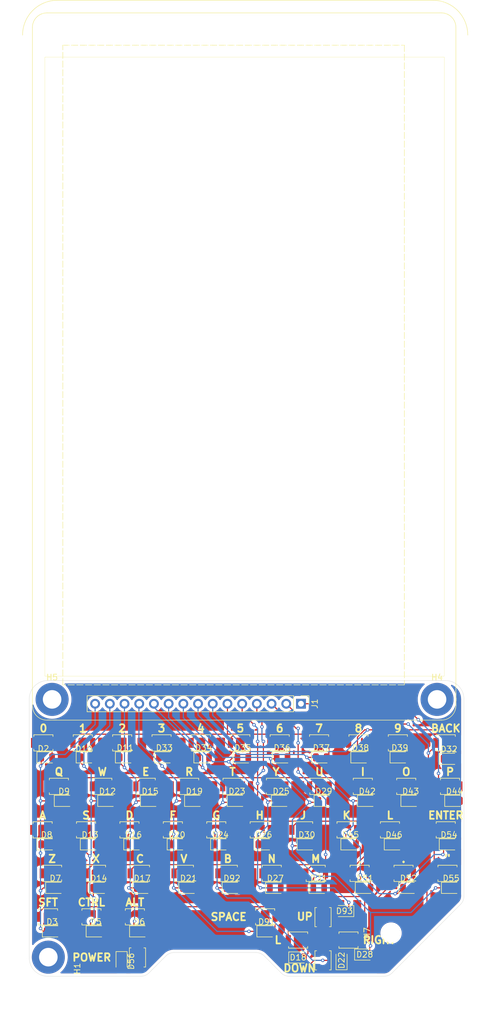
<source format=kicad_pcb>
(kicad_pcb (version 20241229) (generator "pcbnew") (generator_version "9.0")
  (layers (0 "F.Cu" signal) (2 "B.Cu" signal) (13 "F.Paste" user) (15 "B.Paste" user) (5 "F.SilkS" user "F.Silkscreen") (7 "B.SilkS" user "B.Silkscreen") (1 "F.Mask" user) (3 "B.Mask" user) (25 "Edge.Cuts" user))
  (net 0 "")
  (net 1 "COL1")
  (net 2 "Net-(D2-A)")
  (net 3 "Net-(D3-A)")
  (net 4 "Net-(D5-A)")
  (net 5 "COL2")
  (net 6 "Net-(D6-A)")
  (net 7 "Net-(D7-A)")
  (net 8 "Net-(D8-A)")
  (net 9 "Net-(D9-A)")
  (net 10 "Net-(D10-A)")
  (net 11 "COL3")
  (net 12 "Net-(D11-A)")
  (net 13 "Net-(D12-A)")
  (net 14 "Net-(D13-A)")
  (net 15 "Net-(D14-A)")
  (net 16 "Net-(D15-A)")
  (net 17 "COL4")
  (net 18 "Net-(D16-A)")
  (net 19 "Net-(D17-A)")
  (net 20 "Net-(D18-A)")
  (net 21 "COL5")
  (net 22 "Net-(D19-A)")
  (net 23 "Net-(D20-A)")
  (net 24 "Net-(D21-A)")
  (net 25 "Net-(D22-A)")
  (net 26 "Net-(D23-A)")
  (net 27 "COL6")
  (net 28 "Net-(D24-A)")
  (net 29 "Net-(D25-A)")
  (net 30 "COL7")
  (net 31 "Net-(D26-A)")
  (net 32 "Net-(D27-A)")
  (net 33 "COL8")
  (net 34 "Net-(D29-A)")
  (net 35 "Net-(D30-A)")
  (net 36 "Net-(D31-A)")
  (net 37 "Net-(D32-A)")
  (net 38 "Net-(D33-A)")
  (net 39 "Net-(D34-A)")
  (net 40 "Net-(D35-A)")
  (net 41 "Net-(D36-A)")
  (net 42 "Net-(D37-A)")
  (net 43 "Net-(D38-A)")
  (net 44 "Net-(D39-A)")
  (net 45 "Net-(D42-A)")
  (net 46 "Net-(D43-A)")
  (net 47 "Net-(D44-A)")
  (net 48 "Net-(D45-A)")
  (net 49 "Net-(D46-A)")
  (net 50 "Net-(D51-A)")
  (net 51 "Net-(D52-A)")
  (net 52 "Net-(D54-A)")
  (net 53 "Net-(D55-A)")
  (net 54 "Net-(D56-A)")
  (net 55 "Net-(D91-A)")
  (net 56 "Net-(D92-A)")
  (net 57 "Net-(D93-A)")
  (net 58 "ROW1")
  (net 59 "ROW5")
  (net 60 "ROW2")
  (net 61 "ROW3")
  (net 62 "ROW4")
  (net 63 "ROW6")
  (net 64 "COL9")
  (net 65 "Net-(D28-K)")
  (footprint "Diode_SMD:D_0805_2012Metric" (layer "F.Cu") (at 158.479166 81.75)
    (property "Reference" "D36")
    (property "Value" "SS24")
  )
  (footprint "USB4105-GF-A (1):SW_SPST_B3U-1000P_MovedText" (layer "F.Cu") (at 165.549999 109.299999 -90)
    (property "Reference" "SWe88")
    (property "Value" "UP")
  )
  (footprint "Diode_SMD:D_0805_2012Metric" (layer "F.Cu") (at 178.812499 81.75)
    (property "Reference" "D39")
    (property "Value" "SS24")
  )
  (footprint "Diode_SMD:D_0805_2012Metric" (layer "F.Cu") (at 140.312499 96.75)
    (property "Reference" "D20")
    (property "Value" "SS24")
  )
  (footprint "Diode_SMD:D_0805_2012Metric" (layer "F.Cu") (at 180.312499 104.25)
    (property "Reference" "D52")
    (property "Value" "SS24")
  )
  (footprint "Diode_SMD:D_0805_2012Metric" (layer "F.Cu") (at 131.368055 81.75)
    (property "Reference" "D11")
    (property "Value" "SS24")
  )
  (footprint "USB4105-GF-A (1):SW_SPST_B3U-1000P_MovedText" (layer "F.Cu") (at 164.925001 86.75)
    (property "Reference" "SWe14")
    (property "Value" "U")
  )
  (footprint "USB4105-GF-A (1):SW_SPST_B3U-1000P_MovedText" (layer "F.Cu") (at 141.516667 101.75)
    (property "Reference" "SWe64")
    (property "Value" "V")
  )
  (footprint "Diode_SMD:D_0805_2012Metric" (layer "F.Cu") (at 135.687501 89.25)
    (property "Reference" "D15")
    (property "Value" "SS24")
  )
  (footprint "USB4105-GF-A (1):SW_SPST_B3U-1000P_MovedText" (layer "F.Cu") (at 169.950001 113.25)
    (property "Reference" "SWe7")
    (property "Value" "RIGHT")
  )
  (footprint "USB4105-GF-A (1):SW_SPST_B3U-1000P_MovedText" (layer "F.Cu") (at 187.05 101.75)
    (property "Reference" "Sw555")
    (property "Value" "\"")
  )
  (footprint "USB4105-GF-A (1):SW_SPST_B3U-1000P_MovedText" (layer "F.Cu") (at 125.549999 109.25)
    (property "Reference" "SWe12")
    (property "Value" "CTRL")
  )
  (footprint "Connector_PinHeader_2.54mm:PinHeader_1x15_P2.54mm_Vertical" (layer "F.Cu") (at 161.74 72.5 -90)
    (property "Reference" "J1")
    (property "Value" "Conn_01x15_Pin")
  )
  (footprint "USB4105-GF-A (1):SW_SPST_B3U-1000P_MovedText" (layer "F.Cu") (at 161.25 113.25)
    (property "Reference" "SWe13")
    (property "Value" "L")
  )
  (footprint "Diode_SMD:D_0805_2012Metric" (layer "F.Cu") (at 142.312499 104.25)
    (property "Reference" "D21")
    (property "Value" "SS24")
  )
  (footprint "Diode_SMD:D_0805_2012Metric" (layer "F.Cu") (at 155.312499 96.75)
    (property "Reference" "D26")
    (property "Value" "SS24")
  )
  (footprint "Diode_SMD:D_0805_2012Metric" (layer "F.Cu") (at 180.687501 89.25)
    (property "Reference" "D43")
    (property "Value" "SS24")
  )
  (footprint "Diode_SMD:D_0805_2012Metric" (layer "F.Cu") (at 126.812499 104.25)
    (property "Reference" "D14")
    (property "Value" "SS24")
  )
  (footprint "USB4105-GF-A (1):SW_SPST_B3U-1000P_MovedText" (layer "F.Cu") (at 186.75 94.25)
    (property "Reference" "SWe50")
    (property "Value" "ENTER")
  )
  (footprint "MountingHole:MountingHole_3.2mm_M3_ISO7380_Pad" (layer "F.Cu") (at 118.75 71.75)
    (property "Reference" "H5")
    (property "Value" "MountingHole")
  )
  (footprint "Diode_SMD:D_0805_2012Metric" (layer "F.Cu") (at 134.312499 104.25)
    (property "Reference" "D17")
    (property "Value" "SS24")
  )
  (footprint "USB4105-GF-A (1):SW_SPST_B3U-1000P_MovedText" (layer "F.Cu") (at 169.612498 94.25)
    (property "Reference" "SWe38")
    (property "Value" "K")
  )
  (footprint "Diode_SMD:D_0805_2012Metric" (layer "F.Cu") (at 168.75 116.687501 90)
    (property "Reference" "D22")
    (property "Value" "SS24")
  )
  (footprint "Diode_SMD:D_0805_2012Metric" (layer "F.Cu") (at 157.312499 104.25)
    (property "Reference" "D27")
    (property "Value" "SS24")
  )
  (footprint "MountingHole:MountingHole_3.2mm_M3_ISO7380_Pad" (layer "F.Cu") (at 185.25 71.75)
    (property "Reference" "H4")
    (property "Value" "MountingHole")
  )
  (footprint "Diode_SMD:D_0805_2012Metric" (layer "F.Cu") (at 170.312499 96.75)
    (property "Reference" "D45")
    (property "Value" "SS24")
  )
  (footprint "USB4105-GF-A (1):SW_SPST_B3U-1000P_MovedText" (layer "F.Cu") (at 137.658164 79.25)
    (property "Reference" "SWe20")
    (property "Value" "3")
  )
  (footprint "Diode_SMD:D_0805_2012Metric" (layer "F.Cu") (at 187.687501 104.25)
    (property "Reference" "D55")
    (property "Value" "SS24")
  )
  (footprint "USB4105-GF-A (1):SW_SPST_B3U-1000P_MovedText" (layer "F.Cu") (at 144.460885 79.25)
    (property "Reference" "SWe21")
    (property "Value" "4")
  )
  (footprint "USB4105-GF-A (1):SW_SPST_B3U-1000P_MovedText" (layer "F.Cu") (at 147.112498 94.25)
    (property "Reference" "SWe73")
    (property "Value" "G")
  )
  (footprint "USB4105-GF-A (1):SW_SPST_B3U-1000P_MovedText" (layer "F.Cu") (at 132.112498 94.25)
    (property "Reference" "SWe53")
    (property "Value" "D")
  )
  (footprint "USB4105-GF-A (1):SW_SPST_B3U-1000P_MovedText" (layer "F.Cu") (at 149.105556 101.75)
    (property "Reference" "SWe87")
    (property "Value" "B")
  )
  (footprint "USB4105-GF-A (1):SW_SPST_B3U-1000P_MovedText" (layer "F.Cu") (at 165.549999 116.75 90)
    (property "Reference" "SWe2")
    (property "Value" "DOWN")
  )
  (footprint "Diode_SMD:D_0805_2012Metric" (layer "F.Cu") (at 117.812499 96.75)
    (property "Reference" "D8")
    (property "Value" "SS24")
  )
  (footprint "MountingHole:MountingHole_3.2mm_M3_ISO7380_Pad" (layer "F.Cu") (at 118.1 116.2 90)
    (property "Reference" "H1")
    (property "Value" "MountingHole")
  )
  (footprint "USB4105-GF-A (1):SW_SPST_B3U-1000P_MovedText" (layer "F.Cu") (at 117.112498 94.25)
    (property "Reference" "SWe33")
    (property "Value" "A")
  )
  (footprint "Diode_SMD:D_0805_2012Metric" (layer "F.Cu") (at 132.812499 96.75)
    (property "Reference" "D16")
    (property "Value" "SS24")
  )
  (footprint "USB4105-GF-A (1):SW_SPST_B3U-1000P_MovedText" (layer "F.Cu") (at 142.425001 86.75)
    (property "Reference" "SWe62")
    (property "Value" "R")
  )
  (footprint "USB4105-GF-A (1):SW_SPST_B3U-1000P_MovedText" (layer "F.Cu") (at 171.67177 79.25)
    (property "Reference" "SWe28")
    (property "Value" "8")
  )
  (footprint "USB4105-GF-A (1):SW_SPST_B3U-1000P_MovedText" (layer "F.Cu") (at 164.869049 79.25)
    (property "Reference" "SWe27")
    (property "Value" "7")
  )
  (footprint "USB4105-GF-A (1):SW_SPST_B3U-1000P_MovedText" (layer "F.Cu") (at 178.474491 79.25)
    (property "Reference" "SWe29")
    (property "Value" "9")
  )
  (footprint "USB4105-GF-A (1):SW_SPST_B3U-1000P_MovedText" (layer "F.Cu") (at 118.75 101.75)
    (property "Reference" "SWe34")
    (property "Value" "Z")
  )
  (footprint "Diode_SMD:D_0805_2012Metric" (layer "F.Cu") (at 158.312499 89.25)
    (property "Reference" "D25")
    (property "Value" "SS24")
  )
  (footprint "Diode_SMD:D_0805_2012Metric" (layer "F.Cu") (at 118.75 111.75)
    (property "Reference" "D3")
    (property "Value" "SS24")
  )
  (footprint "Diode_SMD:D_0805_2012Metric" (layer "F.Cu") (at 155.812499 111.75)
    (property "Reference" "D91")
    (property "Value" "SS24")
  )
  (footprint "USB4105-GF-A (1):SW_SPST_B3U-1000P_MovedText" (layer "F.Cu") (at 157.425001 86.75)
    (property "Reference" "SWe4")
    (property "Value" "Y")
  )
  (footprint "Diode_SMD:D_0805_2012Metric" (layer "F.Cu") (at 130.75 116.92167 -90)
    (property "Reference" "D56")
    (property "Value" "SS24")
  )
  (footprint "USB4105-GF-A (1):SW_SPST_B3U-1000P_MovedText" (layer "F.Cu") (at 158.066327 79.25)
    (property "Reference" "SWe26")
    (property "Value" "6")
  )
  (footprint "Diode_SMD:D_0805_2012Metric" (layer "F.Cu") (at 161.312499 116.25)
    (property "Reference" "D18")
    (property "Value" "SS24")
  )
  (footprint "USB4105-GF-A (1):SW_SPST_B3U-1000P_MovedText" (layer "F.Cu") (at 139.612498 94.25)
    (property "Reference" "SWe63")
    (property "Value" "F")
  )
  (footprint "USB4105-GF-A (1):SW_SPST_B3U-1000P_MovedText" (layer "F.Cu") (at 126.338889 101.75)
    (property "Reference" "SWe44")
    (property "Value" "X")
  )
  (footprint "Diode_SMD:D_0805_2012Metric" (layer "F.Cu") (at 150.687501 89.25)
    (property "Reference" "D23")
    (property "Value" "SS24")
  )
  (footprint "USB4105-GF-A (1):SW_SPST_B3U-1000P_MovedText" (layer "F.Cu") (at 162.112498 94.25)
    (property "Reference" "SWe15")
    (property "Value" "J")
  )
  (footprint "USB4105-GF-A (1):SW_SPST_B3U-1000P_MovedText" (layer "F.Cu") (at 127.425001 86.75)
    (property "Reference" "SWe42")
    (property "Value" "W")
  )
  (footprint "USB4105-GF-A (1):SW_SPST_B3U-1000P_MovedText" (layer "F.Cu") (at 151.263606 79.25)
    (property "Reference" "SWe25")
    (property "Value" "5")
  )
  (footprint "Diode_SMD:D_0805_2012Metric" (layer "F.Cu") (at 149.8125 104.25)
    (property "Reference" "D92")
    (property "Value" "SS24")
  )
  (footprint "Diode_SMD:D_0805_2012Metric" (layer "F.Cu") (at 126.312499 111.75)
    (property "Reference" "D5")
    (property "Value" "SS24")
  )
  (footprint "Diode_SMD:D_0805_2012Metric" (layer "F.Cu") (at 147.812499 96.75)
    (property "Reference" "D24")
    (property "Value" "SS24")
  )
  (footprint "Diode_SMD:D_0805_2012Metric" (layer "F.Cu") (at 169.187501 108.25 180)
    (property "Reference" "D93")
    (property "Value" "SS24")
  )
  (footprint "USB4105-GF-A (1):SW_SPST_B3U-1000P_MovedText" (layer "F.Cu") (at 134.925001 86.75)
    (property "Reference" "SWe52")
    (property "Value" "E")
  )
  (footprint "USB4105-GF-A (1):SW_SPST_B3U-1000P_MovedText" (layer "F.Cu") (at 133.049999 109.25)
    (property "Reference" "SWe3")
    (property "Value" "ALT")
  )
  (footprint "Diode_SMD:D_0805_2012Metric" (layer "F.Cu") (at 187.312499 82)
    (property "Reference" "D32")
    (property "Value" "SS24")
  )
  (footprint "Diode_SMD:D_0805_2012Metric" (layer "F.Cu") (at 172.034721 81.75)
    (property "Reference" "D38")
    (property "Value" "SS24")
  )
  (footprint "Diode_SMD:D_0805_2012Metric" (layer "F.Cu") (at 125.312499 96.75)
    (property "Reference" "D13")
    (property "Value" "SS24")
  )
  (footprint "USB4105-GF-A (1):SW_SPST_B3U-1000P_MovedText" (layer "F.Cu") (at 179.461111 101.75)
    (property "Reference" "SWe48")
    (property "Value" ".")
  )
  (footprint "Diode_SMD:D_0805_2012Metric" (layer "F.Cu") (at 162.75 96.75)
    (property "Reference" "D30")
    (property "Value" "SS24")
  )
  (footprint "Diode_SMD:D_0805_2012Metric" (layer "F.Cu") (at 120.812499 89.25)
    (property "Reference" "D9")
    (property "Value" "SS24")
  )
  (footprint "Diode_SMD:D_0805_2012Metric" (layer "F.Cu") (at 144.92361 81.75)
    (property "Reference" "D34")
    (property "Value" "SS24")
  )
  (footprint "Diode_SMD:D_0805_2012Metric" (layer "F.Cu") (at 124.590277 81.75)
    (property "Reference" "D10")
    (property "Value" "SS24")
  )
  (footprint "USB4105-GF-A (1):SW_SPST_B3U-1000P_MovedText" (layer "F.Cu") (at 133.5 116.25 -90)
    (property "Reference" "SWe55")
    (property "Value" "POWER")
  )
  (footprint "USB4105-GF-A (1):SW_SPST_B3U-1000P_MovedText" (layer "F.Cu") (at 133.927778 101.75)
    (property "Reference" "SWe54")
    (property "Value" "C")
  )
  (footprint "Diode_SMD:D_0805_2012Metric" (layer "F.Cu") (at 133.812499 111.75)
    (property "Reference" "D6")
    (property "Value" "SS24")
  )
  (footprint "USB4105-GF-A (1):SW_SPST_B3U-1000P_MovedText" (layer "F.Cu") (at 177.112498 94.25)
    (property "Reference" "SWe39")
    (property "Value" "L")
  )
  (footprint "USB4105-GF-A (1):SW_SPST_B3U-1000P_MovedText" (layer "F.Cu") (at 149.925001 86.75)
    (property "Reference" "SWe72")
    (property "Value" "T")
  )
  (footprint "USB4105-GF-A (1):SW_SPST_B3U-1000P_MovedText" (layer "F.Cu") (at 164.283333 101.75)
    (property "Reference" "SWe16")
    (property "Value" "M")
  )
  (footprint "Diode_SMD:D_0805_2012Metric" (layer "F.Cu") (at 151.701388 81.75)
    (property "Reference" "D35")
    (property "Value" "SS24")
  )
  (footprint "USB4105-GF-A (1):SW_SPST_B3U-1000P_MovedText" (layer "F.Cu") (at 171.872222 101.75)
    (property "Reference" "SWe47")
    (property "Value" ",")
  )
  (footprint "USB4105-GF-A (1):SW_SPST_B3U-1000P_MovedText" (layer "F.Cu") (at 155.549999 109.25)
    (property "Reference" "SWe86")
    (property "Value" "SPACE")
  )
  (footprint "Diode_SMD:D_0805_2012Metric" (layer "F.Cu") (at 172.687501 115.75)
    (property "Reference" "D28")
    (property "Value" "SS24")
  )
  (footprint "USB4105-GF-A (1):SW_SPST_B3U-1000P_MovedText" (layer "F.Cu") (at 154.612498 94.25)
    (property "Reference" "SWe5")
    (property "Value" "H")
  )
  (footprint "Diode_SMD:D_0805_2012Metric" (layer "F.Cu") (at 173.187501 89.25)
    (property "Reference" "D42")
    (property "Value" "SS24")
  )
  (footprint "Diode_SMD:D_0805_2012Metric" (layer "F.Cu") (at 117.812499 81.75)
    (property "Reference" "D2")
    (property "Value" "SS24")
  )
  (footprint "Diode_SMD:D_0805_2012Metric" (layer "F.Cu") (at 188.25 89.25)
    (property "Reference" "D44")
    (property "Value" "SS24")
  )
  (footprint "Diode_SMD:D_0805_2012Metric" (layer "F.Cu") (at 143.312499 89.25)
    (property "Reference" "D19")
    (property "Value" "SS24")
  )
  (footprint "USB4105-GF-A (1):SW_SPST_B3U-1000P_MovedText" (layer "F.Cu") (at 117.25 79.25)
    (property "Reference" "ESC1")
    (property "Value" "0")
  )
  (footprint "USB4105-GF-A (1):SW_SPST_B3U-1000P_MovedText" (layer "F.Cu") (at 172.425001 86.75)
    (property "Reference" "SWe35")
    (property "Value" "I")
  )
  (footprint "Diode_SMD:D_0805_2012Metric" (layer "F.Cu") (at 165.687501 89.25)
    (property "Reference" "D29")
    (property "Value" "SS24")
  )
  (footprint "USB4105-GF-A (1):SW_SPST_B3U-1000P_MovedText" (layer "F.Cu") (at 119.925001 86.75)
    (property "Reference" "SWe32")
    (property "Value" "Q")
  )
  (footprint "Diode_SMD:D_0805_2012Metric" (layer "F.Cu") (at 164.812499 104.25)
    (property "Reference" "D31")
    (property "Value" "SS24")
  )
  (footprint "USB4105-GF-A (1):SW_SPST_B3U-1000P_MovedText" (layer "F.Cu") (at 124.052721 79.25)
    (property "Reference" "SWe8")
    (property "Value" "1")
  )
  (footprint "USB4105-GF-A (1):SW_SPST_B3U-1000P_MovedText" (layer "F.Cu") (at 156.694444 101.75)
    (property "Reference" "SWe6")
    (property "Value" "N")
  )
  (footprint "Diode_SMD:D_0805_2012Metric" (layer "F.Cu") (at 119.312499 104.25)
    (property "Reference" "D7")
    (property "Value" "SS24")
  )
  (footprint "USB4105-GF-A (1):SW_SPST_B3U-1000P_MovedText" (layer "F.Cu") (at 124.612498 94.25)
    (property "Reference" "SWe43")
    (property "Value" "S")
  )
  (footprint "Diode_SMD:D_0805_2012Metric" (layer "F.Cu") (at 172.812499 104.25)
    (property "Reference" "D51")
    (property "Value" "SS24")
  )
  (footprint "USB4105-GF-A (1):SW_SPST_B3U-1000P_MovedText" (layer "F.Cu") (at 187.4875 86.75)
    (property "Reference" "SWe37")
    (property "Value" "P")
  )
  (footprint "MountingHole:MountingHole_3.2mm_M3" (layer "F.Cu") (at 177.3 112.05 90)
    (property "Reference" "H7")
    (property "Value" "MountingHole")
  )
  (footprint "USB4105-GF-A (1):SW_SPST_B3U-1000P_MovedText" (layer "F.Cu") (at 186.75 79.25)
    (property "Reference" "SWe17")
    (property "Value" "BACK")
  )
  (footprint "Diode_SMD:D_0805_2012Metric" (layer "F.Cu") (at 187.312499 96.75)
    (property "Reference" "D54")
    (property "Value" "SS24")
  )
  (footprint "USB4105-GF-A (1):SW_SPST_B3U-1000P_MovedText" (layer "F.Cu") (at 179.925001 86.75)
    (property "Reference" "SWe36")
    (property "Value" "O")
  )
  (footprint "Diode_SMD:D_0805_2012Metric" (layer "F.Cu") (at 138.145832 81.75)
    (property "Reference" "D33")
    (property "Value" "SS24")
  )
  (footprint "USB4105-GF-A (1):SW_SPST_B3U-1000P_MovedText" (layer "F.Cu") (at 118.049999 109.25)
    (property "Reference" "SWe24")
    (property "Value" "SFT")
  )
  (footprint "Diode_SMD:D_0805_2012Metric" (layer "F.Cu") (at 128.312499 89.25)
    (property "Reference" "D12")
    (property "Value" "SS24")
  )
  (footprint "Diode_SMD:D_0805_2012Metric" (layer "F.Cu") (at 177.812499 96.75)
    (property "Reference" "D46")
    (property "Value" "SS24")
  )
  (footprint "Diode_SMD:D_0805_2012Metric" (layer "F.Cu") (at 165.256943 81.75)
    (property "Reference" "D37")
    (property "Value" "SS24")
  )
  (footprint "USB4105-GF-A (1):SW_SPST_B3U-1000P_MovedText" (layer "F.Cu") (at 130.855442 79.25)
    (property "Reference" "SWe18")
    (property "Value" "2")
  )
  (gr_rect (start 120.6 -41.05) (end 179.6 69.25) (stroke (width 0.1) (type dash)) (fill no) (layer "F.SilkS"))
  (gr_line (start 186 -46.625) (end 117.85 -46.625) (stroke (width 0.1)) (layer "F.SilkS"))
  (gr_arc (start 186 -46.625) (mid 187.767767 -45.892767) (end 188.5 -44.125) (stroke (width 0.1)) (layer "F.SilkS"))
  (gr_line (start 188.5 72.825) (end 188.5 -44.125) (stroke (width 0.1)) (layer "F.SilkS"))
  (gr_line (start 119.65 -48.8) (end 184.55 -48.8) (stroke (width 0.1)) (layer "F.SilkS"))
  (gr_rect (start 117.5 -39) (end 186.5 67.75) (stroke (width 0.05)) (fill no) (layer "F.SilkS"))
  (gr_line (start 117.85 75.325) (end 186 75.325) (stroke (width 0.1)) (layer "F.SilkS"))
  (gr_arc (start 117.85 75.325) (mid 116.082233 74.592767) (end 115.35 72.825) (stroke (width 0.1)) (layer "F.SilkS"))
  (gr_line (start 115.35 -44.125) (end 115.35 72.825) (stroke (width 0.1)) (layer "F.SilkS"))
  (gr_arc (start 188.5 72.825) (mid 187.767767 74.592767) (end 186 75.325) (stroke (width 0.1)) (layer "F.SilkS"))
  (gr_arc (start 115.35 -44.125) (mid 116.082233 -45.892767) (end 117.85 -46.625) (stroke (width 0.1)) (layer "F.SilkS"))
  (gr_arc (start 113.65 -42.8) (mid 115.407359 -47.042641) (end 119.65 -48.8) (stroke (width 0.1)) (layer "F.SilkS"))
  (gr_arc (start 184.55 -48.8) (mid 188.792641 -47.042641) (end 190.55 -42.8) (stroke (width 0.1)) (layer "F.SilkS"))
  (gr_arc (start 135.485786 118.914214) (mid 134.836938 119.34775) (end 134.071573 119.5) (stroke (width 0.05)) (layer "Edge.Cuts"))
  (gr_line (start 114.8 116.3) (end 114.8 71.7) (stroke (width 0.05)) (layer "Edge.Cuts"))
  (gr_arc (start 114.8 71.7) (mid 115.737258 69.437258) (end 118 68.5) (stroke (width 0.05)) (layer "Edge.Cuts"))
  (gr_line (start 138.414213 115.985787) (end 135.485786 118.914214) (stroke (width 0.05)) (layer "Edge.Cuts"))
  (gr_arc (start 189.9 105.671573) (mid 189.747768 106.436946) (end 189.314213 107.085787) (stroke (width 0.05)) (layer "Edge.Cuts"))
  (gr_line (start 118 68.5) (end 186.7 68.5) (stroke (width 0.05)) (layer "Edge.Cuts"))
  (gr_line (start 134.071573 119.5) (end 118 119.5) (stroke (width 0.05)) (layer "Edge.Cuts"))
  (gr_arc (start 153.971573 115.4) (mid 154.736945 115.552232) (end 155.385786 115.985786) (stroke (width 0.05)) (layer "Edge.Cuts"))
  (gr_arc (start 177.485786 118.914214) (mid 176.83694 119.347759) (end 176.071573 119.5) (stroke (width 0.05)) (layer "Edge.Cuts"))
  (gr_line (start 189.314213 107.085787) (end 177.485786 118.914214) (stroke (width 0.05)) (layer "Edge.Cuts"))
  (gr_arc (start 186.7 68.5) (mid 188.962742 69.437258) (end 189.9 71.7) (stroke (width 0.05)) (layer "Edge.Cuts"))
  (gr_line (start 153.971573 115.4) (end 139.828427 115.4) (stroke (width 0.05)) (layer "Edge.Cuts"))
  (gr_arc (start 138.414213 115.985787) (mid 139.06306 115.552241) (end 139.828427 115.4) (stroke (width 0.05)) (layer "Edge.Cuts"))
  (gr_line (start 176.071573 119.5) (end 159.728427 119.5) (stroke (width 0.05)) (layer "Edge.Cuts"))
  (gr_arc (start 118 119.5) (mid 115.737258 118.562742) (end 114.8 116.3) (stroke (width 0.05)) (layer "Edge.Cuts"))
  (gr_arc (start 159.728427 119.5) (mid 158.963054 119.347768) (end 158.314213 118.914213) (stroke (width 0.05)) (layer "Edge.Cuts"))
  (gr_line (start 158.314213 118.914213) (end 155.385786 115.985786) (stroke (width 0.05)) (layer "Edge.Cuts"))
  (gr_line (start 189.9 71.7) (end 189.9 105.671573) (stroke (width 0.05)) (layer "Edge.Cuts"))
  (segment (start 116.874998 96.75) (end 116.75 96.874998) (width 0.2) (layer "F.Cu") (net 1))
  (segment (start 119.874998 89.25) (end 116.75 89.25) (width 0.2) (layer "F.Cu") (net 1))
  (segment (start 117.812499 111.75) (end 117.25 111.75) (width 0.2) (layer "F.Cu") (net 1))
  (segment (start 118.374998 104.25) (end 117.25 104.25) (width 0.2) (layer "F.Cu") (net 1))
  (segment (start 116.874998 81.75) (end 116.874998 83.125002) (width 0.2) (layer "F.Cu") (net 1))
  (segment (start 116.75 96.874998) (end 116.75 98.25) (width 0.2) (layer "F.Cu") (net 1))
  (segment (start 116.874998 83.125002) (end 116.75 83.25) (width 0.2) (layer "F.Cu") (net 1))
  (segment (start 117.25 111.75) (end 116.75 111.25) (width 0.2) (layer "F.Cu") (net 1))
  (segment (start 117.25 104.25) (end 116.75 104.75) (width 0.2) (layer "F.Cu") (net 1))
  (via (at 116.75 89.25) (size 0.6) (drill 0.3) (layers "F.Cu" "B.Cu") (net 1))
  (via (at 116.75 83.25) (size 0.6) (drill 0.3) (layers "F.Cu" "B.Cu") (net 1))
  (via (at 116.75 98.25) (size 0.6) (drill 0.3) (layers "F.Cu" "B.Cu") (net 1))
  (via (at 116.75 111.25) (size 0.6) (drill 0.3) (layers "F.Cu" "B.Cu") (net 1))
  (via (at 116.75 104.75) (size 0.6) (drill 0.3) (layers "F.Cu" "B.Cu") (net 1))
  (segment (start 118.75 81.25) (end 121 81.25) (width 0.2) (layer "B.Cu") (net 1))
  (segment (start 116.75 83.25) (end 116.75 111.25) (width 0.2) (layer "B.Cu") (net 1))
  (segment (start 126.18 76.07) (end 126.18 72.5) (width 0.2) (layer "B.Cu") (net 1))
  (segment (start 116.75 83.25) (end 118.75 81.25) (width 0.2) (layer "B.Cu") (net 1))
  (segment (start 121 81.25) (end 126.18 76.07) (width 0.2) (layer "B.Cu") (net 1))
  (segment (start 118.75 81.75) (end 118.75 79.45) (width 0.2) (layer "F.Cu") (net 2))
  (segment (start 118.75 79.45) (end 118.95 79.25) (width 0.2) (layer "F.Cu") (net 2))
  (segment (start 119.687501 109.312498) (end 119.749999 109.25) (width 0.2) (layer "F.Cu") (net 3))
  (segment (start 119.687501 111.75) (end 119.687501 109.312498) (width 0.2) (layer "F.Cu") (net 3))
  (segment (start 127.249999 111.749999) (end 127.25 111.75) (width 0.2) (layer "F.Cu") (net 4))
  (segment (start 127.249999 109.25) (end 127.249999 111.749999) (width 0.2) (layer "F.Cu") (net 4))
  (segment (start 125.374998 110.125002) (end 125.5 110) (width 0.2) (layer "F.Cu") (net 5))
  (segment (start 125.874998 105.874998) (end 126 106) (width 0.2) (layer "F.Cu") (net 5))
  (segment (start 123.652776 82.652776) (end 124.25 83.25) (width 0.2) (layer "F.Cu") (net 5))
  (segment (start 125.874998 104.25) (end 125.874998 105.874998) (width 0.2) (layer "F.Cu") (net 5))
  (segment (start 125.374998 111.75) (end 125.374998 110.125002) (width 0.2) (layer "F.Cu") (net 5))
  (segment (start 123.652776 81.75) (end 123.652776 82.652776) (width 0.2) (layer "F.Cu") (net 5))
  (segment (start 124.374998 96.75) (end 124.374998 97.874998) (width 0.2) (layer "F.Cu") (net 5))
  (segment (start 127.374998 89.25) (end 125.5 89.25) (width 0.2) (layer "F.Cu") (net 5))
  (segment (start 124.374998 97.874998) (end 125.25 98.75) (width 0.2) (layer "F.Cu") (net 5))
  (via (at 126 106) (size 0.6) (drill 0.3) (layers "F.Cu" "B.Cu") (net 5))
  (via (at 124.25 83.25) (size 0.6) (drill 0.3) (layers "F.Cu" "B.Cu") (net 5))
  (via (at 125.5 89.25) (size 0.6) (drill 0.3) (layers "F.Cu" "B.Cu") (net 5))
  (via (at 125.25 98.75) (size 0.6) (drill 0.3) (layers "F.Cu" "B.Cu") (net 5))
  (via (at 125.5 110) (size 0.6) (drill 0.3) (layers "F.Cu" "B.Cu") (net 5))
  (segment (start 125.25 105.25) (end 126 106) (width 0.2) (layer "B.Cu") (net 5))
  (segment (start 125.5 98.5) (end 125.25 98.75) (width 0.2) (layer "B.Cu") (net 5))
  (segment (start 128.72 76.28) (end 128.72 72.5) (width 0.2) (layer "B.Cu") (net 5))
  (segment (start 124.25 83.25) (end 124.25 80.75) (width 0.2) (layer "B.Cu") (net 5))
  (segment (start 126 106) (end 126 109.5) (width 0.2) (layer "B.Cu") (net 5))
  (segment (start 125.5 84.5) (end 125.5 89.25) (width 0.2) (layer "B.Cu") (net 5))
  (segment (start 124.25 83.25) (end 125.5 84.5) (width 0.2) (layer "B.Cu") (net 5))
  (segment (start 125.25 98.75) (end 125.25 105.25) (width 0.2) (layer "B.Cu") (net 5))
  (segment (start 125.5 89.25) (end 125.5 98.5) (width 0.2) (layer "B.Cu") (net 5))
  (segment (start 126 109.5) (end 125.5 110) (width 0.2) (layer "B.Cu") (net 5))
  (segment (start 124.25 80.75) (end 128.72 76.28) (width 0.2) (layer "B.Cu") (net 5))
  (segment (start 134.75 111.75) (end 134.75 109.250001) (width 0.2) (layer "F.Cu") (net 6))
  (segment (start 134.75 109.250001) (end 134.749999 109.25) (width 0.2) (layer "F.Cu") (net 6))
  (segment (start 120.45 101.75) (end 120.45 104.05) (width 0.2) (layer "F.Cu") (net 7))
  (segment (start 120.45 104.05) (end 120.25 104.25) (width 0.2) (layer "F.Cu") (net 7))
  (segment (start 119.14191 96.35809) (end 118.75 96.75) (width 0.2) (layer "F.Cu") (net 8))
  (segment (start 119.14191 94.25) (end 119.14191 96.35809) (width 0.2) (layer "F.Cu") (net 8))
  (segment (start 121.75 86.874999) (end 121.625001 86.75) (width 0.2) (layer "F.Cu") (net 9))
  (segment (start 121.75 89.25) (end 121.75 86.874999) (width 0.2) (layer "F.Cu") (net 9))
  (segment (start 125.527778 81.75) (end 125.527778 79.474943) (width 0.2) (layer "F.Cu") (net 10))
  (segment (start 125.527778 79.474943) (end 125.752721 79.25) (width 0.2) (layer "F.Cu") (net 10))
  (segment (start 130.75 113.874998) (end 132.874998 111.75) (width 0.2) (layer "F.Cu") (net 11))
  (segment (start 131.874998 96.75) (end 131.874998 95.125002) (width 0.2) (layer "F.Cu") (net 11))
  (segment (start 132.874998 111.75) (end 132.874998 110.125002) (width 0.2) (layer "F.Cu") (net 11))
  (segment (start 130.430554 81.75) (end 130.430554 82.680554) (width 0.2) (layer "F.Cu") (net 11))
  (segment (start 130.430554 82.680554) (end 131.25 83.5) (width 0.2) (layer "F.Cu") (net 11))
  (segment (start 132.874998 110.125002) (end 133 110) (width 0.2) (layer "F.Cu") (net 11))
  (segment (start 133.374998 104.25) (end 132 104.25) (width 0.2) (layer "F.Cu") (net 11))
  (segment (start 131.874998 95.125002) (end 132.25 94.75) (width 0.2) (layer "F.Cu") (net 11))
  (segment (start 130.75 116) (end 130.75 113.874998) (width 0.2) (layer "F.Cu") (net 11))
  (segment (start 133.5 89.25) (end 133.25 89.5) (width 0.2) (layer "F.Cu") (net 11))
  (segment (start 134.75 89.25) (end 133.5 89.25) (width 0.2) (layer "F.Cu") (net 11))
  (via (at 131.25 83.5) (size 0.6) (drill 0.3) (layers "F.Cu" "B.Cu") (net 11))
  (via (at 133 110) (size 0.6) (drill 0.3) (layers "F.Cu" "B.Cu") (net 11))
  (via (at 132 104.25) (size 0.6) (drill 0.3) (layers "F.Cu" "B.Cu") (net 11))
  (via (at 133.25 89.5) (size 0.6) (drill 0.3) (layers "F.Cu" "B.Cu") (net 11))
  (via (at 132.25 94.75) (size 0.6) (drill 0.3) (layers "F.Cu" "B.Cu") (net 11))
  (segment (start 133.25 85.5) (end 133.25 89.5) (width 0.2) (layer "B.Cu") (net 11))
  (segment (start 132.25 90.5) (end 132.25 94.75) (width 0.2) (layer "B.Cu") (net 11))
  (segment (start 133 105.25) (end 133 110) (width 0.2) (layer "B.Cu") (net 11))
  (segment (start 133.25 89.5) (end 132.25 90.5) (width 0.2) (layer "B.Cu") (net 11))
  (segment (start 132.25 104) (end 132 104.25) (width 0.2) (layer "B.Cu") (net 11))
  (segment (start 131.25 83.5) (end 133.25 85.5) (width 0.2) (layer "B.Cu") (net 11))
  (segment (start 132 104.25) (end 133 105.25) (width 0.2) (layer "B.Cu") (net 11))
  (segment (start 131.25 83.5) (end 131.25 72.51) (width 0.2) (layer "B.Cu") (net 11))
  (segment (start 131.25 72.51) (end 131.26 72.5) (width 0.2) (layer "B.Cu") (net 11))
  (segment (start 132.25 94.75) (end 132.25 104) (width 0.2) (layer "B.Cu") (net 11))
  (segment (start 132.555442 81.500114) (end 132.305556 81.75) (width 0.2) (layer "F.Cu") (net 12))
  (segment (start 132.555442 79.25) (end 132.555442 81.500114) (width 0.2) (layer "F.Cu") (net 12))
  (segment (start 129.25 86.874999) (end 129.125001 86.75) (width 0.2) (layer "F.Cu") (net 13))
  (segment (start 129.25 89.25) (end 129.25 86.874999) (width 0.2) (layer "F.Cu") (net 13))
  (segment (start 126.600733 96.399267) (end 126.600733 94.25) (width 0.2) (layer "F.Cu") (net 14))
  (segment (start 126.25 96.75) (end 126.600733 96.399267) (width 0.2) (layer "F.Cu") (net 14))
  (segment (start 128.038889 103.961111) (end 127.75 104.25) (width 0.2) (layer "F.Cu") (net 15))
  (segment (start 128.038889 101.75) (end 128.038889 103.961111) (width 0.2) (layer "F.Cu") (net 15))
  (segment (start 136.625001 89.249999) (end 136.625002 89.25) (width 0.2) (layer "F.Cu") (net 16))
  (segment (start 136.625001 86.75) (end 136.625001 89.249999) (width 0.2) (layer "F.Cu") (net 16))
  (segment (start 137.208331 81.75) (end 137.208331 82.708331) (width 0.2) (layer "F.Cu") (net 17))
  (segment (start 152.75 111.75) (end 154.874998 111.75) (width 0.2) (layer "F.Cu") (net 17))
  (segment (start 141.374998 104.25) (end 139.75 104.25) (width 0.2) (layer "F.Cu") (net 17))
  (segment (start 137.208331 82.708331) (end 137.75 83.25) (width 0.2) (layer "F.Cu") (net 17))
  (segment (start 139.374998 96.75) (end 139.374998 95.375002) (width 0.2) (layer "F.Cu") (net 17))
  (segment (start 142.374998 89.25) (end 140.25 89.25) (width 0.2) (layer "F.Cu") (net 17))
  (segment (start 139.374998 95.375002) (end 139.75 95) (width 0.2) (layer "F.Cu") (net 17))
  (via (at 137.75 83.25) (size 0.6) (drill 0.3) (layers "F.Cu" "B.Cu") (net 17))
  (via (at 140.25 89.25) (size 0.6) (drill 0.3) (layers "F.Cu" "B.Cu") (net 17))
  (via (at 139.75 95) (size 0.6) (drill 0.3) (layers "F.Cu" "B.Cu") (net 17))
  (via (at 152.75 111.75) (size 0.6) (drill 0.3) (layers "F.Cu" "B.Cu") (net 17))
  (via (at 139.75 104.25) (size 0.6) (drill 0.3) (layers "F.Cu" "B.Cu") (net 17))
  (segment (start 139.75 95) (end 139.75 89.75) (width 0.2) (layer "B.Cu") (net 17))
  (segment (start 147.25 111.75) (end 152.75 111.75) (width 0.2) (layer "B.Cu") (net 17))
  (segment (start 139.75 104.25) (end 147.25 111.75) (width 0.2) (layer "B.Cu") (net 17))
  (segment (start 137.75 83.25) (end 137.75 83.125) (width 0.2) (layer "B.Cu") (net 17))
  (segment (start 139.75 104.25) (end 139.75 95) (width 0.2) (layer "B.Cu") (net 17))
  (segment (start 133.75 79.125) (end 133.75 72.550001) (width 0.2) (layer "B.Cu") (net 17))
  (segment (start 140.25 85.75) (end 137.75 83.25) (width 0.2) (layer "B.Cu") (net 17))
  (segment (start 139.75 89.75) (end 140.25 89.25) (width 0.2) (layer "B.Cu") (net 17))
  (segment (start 137.75 83.125) (end 133.75 79.125) (width 0.2) (layer "B.Cu") (net 17))
  (segment (start 133.75 72.550001) (end 133.800001 72.5) (width 0.2) (layer "B.Cu") (net 17))
  (segment (start 140.25 89.25) (end 140.25 85.75) (width 0.2) (layer "B.Cu") (net 17))
  (segment (start 134.059557 94.25) (end 134.059557 96.440443) (width 0.2) (layer "F.Cu") (net 18))
  (segment (start 134.059557 96.440443) (end 133.75 96.75) (width 0.2) (layer "F.Cu") (net 18))
  (segment (start 135.627778 103.872222) (end 135.25 104.25) (width 0.2) (layer "F.Cu") (net 19))
  (segment (start 135.627778 101.75) (end 135.627778 103.872222) (width 0.2) (layer "F.Cu") (net 19))
  (segment (start 162.95 115.55) (end 162.25 116.25) (width 0.2) (layer "F.Cu") (net 20))
  (segment (start 162.95 113.25) (end 162.95 115.55) (width 0.2) (layer "F.Cu") (net 20))
  (segment (start 167.625002 117.625002) (end 168.75 117.625002) (width 0.2) (layer "F.Cu") (net 21))
  (segment (start 146.874998 94.875002) (end 147 94.75) (width 0.2) (layer "F.Cu") (net 21))
  (segment (start 146.874998 96.75) (end 146.874998 94.875002) (width 0.2) (layer "F.Cu") (net 21))
  (segment (start 161 118) (end 160.374998 117.374998) (width 0.2) (layer "F.Cu") (net 21))
  (segment (start 148.25 89.5) (end 149.5 89.5) (width 0.2) (layer "F.Cu") (net 21))
  (segment (start 165.5 116.75) (end 166.75 116.75) (width 0.2) (layer "F.Cu") (net 21))
  (segment (start 149.5 89.5) (end 149.75 89.25) (width 0.2) (layer "F.Cu") (net 21))
  (segment (start 160.374998 117.374998) (end 160.374998 116.25) (width 0.2) (layer "F.Cu") (net 21))
  (segment (start 166.75 116.75) (end 167.625002 117.625002) (width 0.2) (layer "F.Cu") (net 21))
  (segment (start 162.75 118) (end 161 118) (width 0.2) (layer "F.Cu") (net 21))
  (segment (start 162.75 118) (end 163.25 117.5) (width 0.2) (layer "F.Cu") (net 21))
  (segment (start 164 116.75) (end 162.75 118) (width 0.2) (layer "F.Cu") (net 21))
  (segment (start 165.5 116.75) (end 164 116.75) (width 0.2) (layer "F.Cu") (net 21))
  (segment (start 143.986109 82.736109) (end 144.75 83.5) (width 0.2) (layer "F.Cu") (net 21))
  (segment (start 143.986109 81.75) (end 143.986109 82.736109) (width 0.2) (layer "F.Cu") (net 21))
  (segment (start 148.875 104.25) (end 147.25 104.25) (width 0.2) (layer "F.Cu") (net 21))
  (via (at 165.5 116.75) (size 0.6) (drill 0.3) (layers "F.Cu" "B.Cu") (net 21))
  (via (at 147 94.75) (size 0.6) (drill 0.3) (layers "F.Cu" "B.Cu") (net 21))
  (via (at 148.25 89.5) (size 0.6) (drill 0.3) (layers "F.Cu" "B.Cu") (net 21))
  (via (at 147.25 104.25) (size 0.6) (drill 0.3) (layers "F.Cu" "B.Cu") (net 21))
  (via (at 144.75 83.5) (size 0.6) (drill 0.3) (layers "F.Cu" "B.Cu") (net 21))
  (segment (start 147.25 104.25) (end 147.25 95) (width 0.2) (layer "B.Cu") (net 21))
  (segment (start 163.75 116.75) (end 165.5 116.75) (width 0.2) (layer "B.Cu") (net 21))
  (segment (start 148.25 87) (end 148.25 89.5) (width 0.2) (layer "B.Cu") (net 21))
  (segment (start 149 106) (end 153 106) (width 0.2) (layer "B.Cu") (net 21))
  (segment (start 144.75 83.5) (end 148.25 87) (width 0.2) (layer "B.Cu") (net 21))
  (segment (start 144.75 83.5) (end 144.75 81.5) (width 0.2) (layer "B.Cu") (net 21))
  (segment (start 147.25 95) (end 147 94.75) (width 0.2) (layer "B.Cu") (net 21))
  (segment (start 147 94.75) (end 147 90.75) (width 0.2) (layer "B.Cu") (net 21))
  (segment (start 144.75 81.5) (end 136.34 73.09) (width 0.2) (layer "B.Cu") (net 21))
  (segment (start 136.34 73.09) (end 136.34 72.5) (width 0.2) (layer "B.Cu") (net 21))
  (segment (start 153 106) (end 163.75 116.75) (width 0.2) (layer "B.Cu") (net 21))
  (segment (start 147.25 104.25) (end 149 106) (width 0.2) (layer "B.Cu") (net 21))
  (segment (start 147 90.75) (end 148.25 89.5) (width 0.2) (layer "B.Cu") (net 21))
  (segment (start 144.25 89.25) (end 144.25 86.874999) (width 0.2) (layer "F.Cu") (net 22))
  (segment (start 144.25 86.874999) (end 144.125001 86.75) (width 0.2) (layer "F.Cu") (net 22))
  (segment (start 141.25 96.75) (end 141.51838 96.48162) (width 0.2) (layer "F.Cu") (net 23))
  (segment (start 141.51838 96.48162) (end 141.51838 94.25) (width 0.2) (layer "F.Cu") (net 23))
  (segment (start 143.216667 104.216667) (end 143.25 104.25) (width 0.2) (layer "F.Cu") (net 24))
  (segment (start 143.216667 101.75) (end 143.216667 104.216667) (width 0.2) (layer "F.Cu") (net 24))
  (segment (start 165.549999 115.05) (end 166.249999 115.75) (width 0.2) (layer "F.Cu") (net 25))
  (segment (start 166.249999 115.75) (end 168.75 115.75) (width 0.2) (layer "F.Cu") (net 25))
  (segment (start 151.625001 86.75) (end 151.625001 89.249999) (width 0.2) (layer "F.Cu") (net 26))
  (segment (start 151.625001 89.249999) (end 151.625002 89.25) (width 0.2) (layer "F.Cu") (net 26))
  (segment (start 156.374998 104.25) (end 154.75 104.25) (width 0.2) (layer "F.Cu") (net 27))
  (segment (start 154.374998 95.125002) (end 154.5 95) (width 0.2) (layer "F.Cu") (net 27))
  (segment (start 157.374998 89.25) (end 156.25 89.25) (width 0.2) (layer "F.Cu") (net 27))
  (segment (start 170 108.124998) (end 170.125002 108.25) (width 0.2) (layer "F.Cu") (net 27))
  (segment (start 170.25 108.125002) (end 170.125002 108.25) (width 0.2) (layer "F.Cu") (net 27))
  (segment (start 150 81.75) (end 149.25 82.5) (width 0.2) (layer "F.Cu") (net 27))
  (segment (start 154.374998 96.75) (end 154.374998 95.125002) (width 0.2) (layer "F.Cu") (net 27))
  (segment (start 150.763887 81.75) (end 150 81.75) (width 0.2) (layer "F.Cu") (net 27))
  (segment (start 156.25 89.25) (end 156 89.5) (width 0.2) (layer "F.Cu") (net 27))
  (segment (start 170 106.75) (end 170 108.124998) (width 0.2) (layer "F.Cu") (net 27))
  (via (at 149.25 82.5) (size 0.6) (drill 0.3) (layers "F.Cu" "B.Cu") (net 27))
  (via (at 170 106.75) (size 0.6) (drill 0.3) (layers "F.Cu" "B.Cu") (net 27))
  (via (at 154.75 104.25) (size 0.6) (drill 0.3) (layers "F.Cu" "B.Cu") (net 27))
  (via (at 156 89.5) (size 0.6) (drill 0.3) (layers "F.Cu" "B.Cu") (net 27))
  (via (at 154.5 95) (size 0.6) (drill 0.3) (layers "F.Cu" "B.Cu") (net 27))
  (segment (start 167.5 104.25) (end 170 106.75) (width 0.2) (layer "B.Cu") (net 27))
  (segment (start 138.88 74.88) (end 138.88 72.5) (width 0.2) (layer "B.Cu") (net 27))
  (segment (start 156 89.5) (end 156 93.5) (width 0.2) (layer "B.Cu") (net 27))
  (segment (start 154.75 104.25) (end 167.5 104.25) (width 0.2) (layer "B.Cu") (net 27))
  (segment (start 146.5 82.5) (end 138.88 74.88) (width 0.2) (layer "B.Cu") (net 27))
  (segment (start 154.25 103.75) (end 154.25 95.25) (width 0.2) (layer "B.Cu") (net 27))
  (segment (start 149.25 82.5) (end 156 89.25) (width 0.2) (layer "B.Cu") (net 27))
  (segment (start 154.25 95.25) (end 154.5 95) (width 0.2) (layer "B.Cu") (net 27))
  (segment (start 154.75 104.25) (end 154.25 103.75) (width 0.2) (layer "B.Cu") (net 27))
  (segment (start 156 93.5) (end 154.5 95) (width 0.2) (layer "B.Cu") (net 27))
  (segment (start 156 89.25) (end 156 89.5) (width 0.2) (layer "B.Cu") (net 27))
  (segment (start 149.25 82.5) (end 146.5 82.5) (width 0.2) (layer "B.Cu") (net 27))
  (segment (start 148.977204 94.25) (end 148.977204 96.522796) (width 0.2) (layer "F.Cu") (net 28))
  (segment (start 148.977204 96.522796) (end 148.75 96.75) (width 0.2) (layer "F.Cu") (net 28))
  (segment (start 159.25 89.25) (end 159.25 86.874999) (width 0.2) (layer "F.Cu") (net 29))
  (segment (start 159.25 86.874999) (end 159.125001 86.75) (width 0.2) (layer "F.Cu") (net 29))
  (segment (start 156.5 82) (end 157.291665 82) (width 0.2) (layer "F.Cu") (net 30))
  (segment (start 163.874998 102.625002) (end 164.25 102.25) (width 0.2) (layer "F.Cu") (net 30))
  (segment (start 157.291665 82) (end 157.541665 81.75) (width 0.2) (layer "F.Cu") (net 30))
  (segment (start 164.5 89.5) (end 164.75 89.25) (width 0.2) (layer "F.Cu") (net 30))
  (segment (start 163.25 89.5) (end 164.5 89.5) (width 0.2) (layer "F.Cu") (net 30))
  (segment (start 173.75 115.75) (end 173.75 116.25) (width 0.2) (layer "F.Cu") (net 30))
  (segment (start 163.874998 104.25) (end 163.874998 102.625002) (width 0.2) (layer "F.Cu") (net 30))
  (segment (start 186.75 104.25) (end 185 104.25) (width 0.2) (layer "F.Cu") (net 30))
  (segment (start 173.625002 114.374998) (end 173.625002 115.75) (width 0.2) (layer "F.Cu") (net 30))
  (segment (start 173.75 114.25) (end 173.625002 114.374998) (width 0.2) (layer "F.Cu") (net 30))
  (segment (start 160.25 97) (end 161.562499 97) (width 0.2) (layer "F.Cu") (net 30))
  (segment (start 161.562499 97) (end 161.812499 96.75) (width 0.2) (layer "F.Cu") (net 30))
  (via (at 163.25 89.5) (size 0.6) (drill 0.3) (layers "F.Cu" "B.Cu") (net 30))
  (via (at 185 104.25) (size 0.6) (drill 0.3) (layers "F.Cu" "B.Cu") (net 30))
  (via (at 160.25 97) (size 0.6) (drill 0.3) (layers "F.Cu" "B.Cu") (net 30))
  (via (at 173.75 114.25) (size 0.6) (drill 0.3) (layers "F.Cu" "B.Cu") (net 30))
  (via (at 164.25 102.25) (size 0.6) (drill 0.3) (layers "F.Cu" "B.Cu") (net 30))
  (via (at 156.5 82) (size 0.6) (drill 0.3) (layers "F.Cu" "B.Cu") (net 30))
  (segment (start 148.25 81.75) (end 141.42 74.92) (width 0.2) (layer "B.Cu") (net 30))
  (segment (start 180.75 108.5) (end 173.75 108.5) (width 0.2) (layer "B.Cu") (net 30))
  (segment (start 163.25 89.5) (end 156.5 82.75) (width 0.2) (layer "B.Cu") (net 30))
  (segment (start 167.5 102.25) (end 164.25 102.25) (width 0.2) (layer "B.Cu") (net 30))
  (segment (start 156.5 81.75) (end 148.25 81.75) (width 0.2) (layer "B.Cu") (net 30))
  (segment (start 160.25 98.25) (end 160.25 97) (width 0.2) (layer "B.Cu") (net 30))
  (segment (start 141.42 74.92) (end 141.42 72.5) (width 0.2) (layer "B.Cu") (net 30))
  (segment (start 173.75 108.5) (end 167.5 102.25) (width 0.2) (layer "B.Cu") (net 30))
  (segment (start 185 104.25) (end 180.75 108.5) (width 0.2) (layer "B.Cu") (net 30))
  (segment (start 156.5 82) (end 156.5 81.75) (width 0.2) (layer "B.Cu") (net 30))
  (segment (start 160.25 92.5) (end 163.25 89.5) (width 0.2) (layer "B.Cu") (net 30))
  (segment (start 156.5 82.75) (end 156.5 82) (width 0.2) (layer "B.Cu") (net 30))
  (segment (start 160.25 97) (end 160.25 92.5) (width 0.2) (layer "B.Cu") (net 30))
  (segment (start 164.25 102.25) (end 160.25 98.25) (width 0.2) (layer "B.Cu") (net 30))
  (segment (start 173.75 114.25) (end 173.75 108.5) (width 0.2) (layer "B.Cu") (net 30))
  (segment (start 156.25 96.75) (end 156.25 94.436027) (width 0.2) (layer "F.Cu") (net 31))
  (segment (start 156.25 94.436027) (end 156.436027 94.25) (width 0.2) (layer "F.Cu") (net 31))
  (segment (start 158.25 101.894444) (end 158.394444 101.75) (width 0.2) (layer "F.Cu") (net 32))
  (segment (start 158.25 104.25) (end 158.25 101.894444) (width 0.2) (layer "F.Cu") (net 32))
  (segment (start 170.75 89.25) (end 172.25 89.25) (width 0.2) (layer "F.Cu") (net 33))
  (segment (start 178.374998 105.25) (end 178 105.25) (width 0.2) (layer "F.Cu") (net 33))
  (segment (start 172 104.124998) (end 171.874998 104.25) (width 0.2) (layer "F.Cu") (net 33))
  (segment (start 169.5 94.75) (end 169.5 96.624998) (width 0.2) (layer "F.Cu") (net 33))
  (segment (start 179.374998 104.25) (end 178.374998 105.25) (width 0.2) (layer "F.Cu") (net 33))
  (segment (start 169.5 96.624998) (end 169.374998 96.75) (width 0.2) (layer "F.Cu") (net 33))
  (segment (start 172 102) (end 172 104.124998) (width 0.2) (layer "F.Cu") (net 33))
  (segment (start 186.374998 98.375002) (end 186.25 98.5) (width 0.2) (layer "F.Cu") (net 33))
  (segment (start 186.374998 96.75) (end 186.374998 98.375002) (width 0.2) (layer "F.Cu") (net 33))
  (segment (start 164.319442 81.75) (end 162.75 81.75) (width 0.2) (layer "F.Cu") (net 33))
  (via (at 170.75 89.25) (size 0.6) (drill 0.3) (layers "F.Cu" "B.Cu") (net 33))
  (via (at 162.75 81.75) (size 0.6) (drill 0.3) (layers "F.Cu" "B.Cu") (net 33))
  (via (at 178 105.25) (size 0.6) (drill 0.3) (layers "F.Cu" "B.Cu") (net 33))
  (via (at 169.5 94.75) (size 0.6) (drill 0.3) (layers "F.Cu" "B.Cu") (net 33))
  (via (at 186.25 98.5) (size 0.6) (drill 0.3) (layers "F.Cu" "B.Cu") (net 33))
  (via (at 172 102) (size 0.6) (drill 0.3) (layers "F.Cu" "B.Cu") (net 33))
  (segment (start 178 105.25) (end 175.25 105.25) (width 0.2) (layer "B.Cu") (net 33))
  (segment (start 150.75 81.25) (end 162.25 81.25) (width 0.2) (layer "B.Cu") (net 33))
  (segment (start 178 105.25) (end 184.75 98.5) (width 0.2) (layer "B.Cu") (net 33))
  (segment (start 170.25 89.25) (end 170.75 89.25) (width 0.2) (layer "B.Cu") (net 33))
  (segment (start 175.25 105.25) (end 172 102) (width 0.2) (layer "B.Cu") (net 33))
  (segment (start 162.75 81.75) (end 170.25 89.25) (width 0.2) (layer "B.Cu") (net 33))
  (segment (start 184.75 98.5) (end 186.25 98.5) (width 0.2) (layer "B.Cu") (net 33))
  (segment (start 143.959999 74.459999) (end 150.75 81.25) (width 0.2) (layer "B.Cu") (net 33))
  (segment (start 170.75 93.5) (end 169.5 94.75) (width 0.2) (layer "B.Cu") (net 33))
  (segment (start 169.5 94.75) (end 172 97.25) (width 0.2) (layer "B.Cu") (net 33))
  (segment (start 170.75 89.25) (end 170.75 93.5) (width 0.2) (layer "B.Cu") (net 33))
  (segment (start 172 97.25) (end 172 102) (width 0.2) (layer "B.Cu") (net 33))
  (segment (start 162.25 81.25) (end 162.75 81.75) (width 0.2) (layer "B.Cu") (net 33))
  (segment (start 143.959999 72.5) (end 143.959999 74.459999) (width 0.2) (layer "B.Cu") (net 33))
  (segment (start 166.625001 89.249999) (end 166.625002 89.25) (width 0.2) (layer "F.Cu") (net 34))
  (segment (start 166.625001 86.75) (end 166.625001 89.249999) (width 0.2) (layer "F.Cu") (net 34))
  (segment (start 163.687501 96.75) (end 163.894851 96.54265) (width 0.2) (layer "F.Cu") (net 35))
  (segment (start 163.894851 96.54265) (end 163.894851 94.25) (width 0.2) (layer "F.Cu") (net 35))
  (segment (start 165.75 104.25) (end 165.983333 104.016667) (width 0.2) (layer "F.Cu") (net 36))
  (segment (start 165.983333 104.016667) (end 165.983333 101.75) (width 0.2) (layer "F.Cu") (net 36))
  (segment (start 188.45 81.8) (end 188.45 79.25) (width 0.2) (layer "F.Cu") (net 37))
  (segment (start 188.25 82) (end 188.45 81.8) (width 0.2) (layer "F.Cu") (net 37))
  (segment (start 139.358164 79.25) (end 139.358164 81.475169) (width 0.2) (layer "F.Cu") (net 38))
  (segment (start 139.358164 81.475169) (end 139.083333 81.75) (width 0.2) (layer "F.Cu") (net 38))
  (segment (start 146.160885 79.25) (end 146.160885 81.450226) (width 0.2) (layer "F.Cu") (net 39))
  (segment (start 146.160885 81.450226) (end 145.861111 81.75) (width 0.2) (layer "F.Cu") (net 39))
  (segment (start 152.963606 81.425283) (end 152.638889 81.75) (width 0.2) (layer "F.Cu") (net 40))
  (segment (start 152.963606 79.25) (end 152.963606 81.425283) (width 0.2) (layer "F.Cu") (net 40))
  (segment (start 159.766327 79.25) (end 159.766327 81.40034) (width 0.2) (layer "F.Cu") (net 41))
  (segment (start 159.766327 81.40034) (end 159.416667 81.75) (width 0.2) (layer "F.Cu") (net 41))
  (segment (start 166.569049 81.375395) (end 166.194444 81.75) (width 0.2) (layer "F.Cu") (net 42))
  (segment (start 166.569049 79.25) (end 166.569049 81.375395) (width 0.2) (layer "F.Cu") (net 42))
  (segment (start 173.37177 79.25) (end 173.37177 81.350452) (width 0.2) (layer "F.Cu") (net 43))
  (segment (start 173.37177 81.350452) (end 172.972222 81.75) (width 0.2) (layer "F.Cu") (net 43))
  (segment (start 180.174491 79.25) (end 180.174491 81.325509) (width 0.2) (layer "F.Cu") (net 44))
  (segment (start 180.174491 81.325509) (end 179.75 81.75) (width 0.2) (layer "F.Cu") (net 44))
  (segment (start 174.125002 86.750001) (end 174.125001 86.75) (width 0.2) (layer "F.Cu") (net 45))
  (segment (start 174.125002 89.25) (end 174.125002 86.750001) (width 0.2) (layer "F.Cu") (net 45))
  (segment (start 181.625001 86.75) (end 181.625001 89.249999) (width 0.2) (layer "F.Cu") (net 46))
  (segment (start 189.187501 86.750001) (end 189.1875 86.75) (width 0.2) (layer "F.Cu") (net 47))
  (segment (start 189.187501 89.25) (end 189.187501 86.750001) (width 0.2) (layer "F.Cu") (net 47))
  (segment (start 171.25 96.75) (end 171.353674 96.646326) (width 0.2) (layer "F.Cu") (net 48))
  (segment (start 171.353674 96.646326) (end 171.353674 94.25) (width 0.2) (layer "F.Cu") (net 48))
  (segment (start 178.75 96.75) (end 178.75 94.312498) (width 0.2) (layer "F.Cu") (net 49))
  (segment (start 178.75 94.312498) (end 178.812498 94.25) (width 0.2) (layer "F.Cu") (net 49))
  (segment (start 173.75 104.25) (end 173.75 101.927778) (width 0.2) (layer "F.Cu") (net 50))
  (segment (start 173.75 101.927778) (end 173.572222 101.75) (width 0.2) (layer "F.Cu") (net 50))
  (segment (start 181.161111 101.75) (end 181.161111 104.161111) (width 0.2) (layer "F.Cu") (net 51))
  (segment (start 181.161111 104.161111) (end 181.25 104.25) (width 0.2) (layer "F.Cu") (net 51))
  (segment (start 188.25 94.45) (end 188.45 94.25) (width 0.2) (layer "F.Cu") (net 52))
  (segment (start 188.25 96.75) (end 188.25 94.45) (width 0.2) (layer "F.Cu") (net 52))
  (segment (start 188.75 101.75) (end 188.75 104.125002) (width 0.2) (layer "F.Cu") (net 53))
  (segment (start 188.75 104.125002) (end 188.625002 104.25) (width 0.2) (layer "F.Cu") (net 53))
  (segment (start 130.75 117.859171) (end 133.243341 117.859171) (width 0.2) (layer "F.Cu") (net 54))
  (segment (start 133.243341 117.859171) (end 133.334171 117.950001) (width 0.2) (layer "F.Cu") (net 54))
  (segment (start 133.334171 117.950001) (end 133.5 117.950001) (width 0.2) (layer "F.Cu") (net 54))
  (segment (start 157.249999 109.25) (end 157.249999 111.250001) (width 0.2) (layer "F.Cu") (net 55))
  (segment (start 157.249999 111.250001) (end 156.75 111.75) (width 0.2) (layer "F.Cu") (net 55))
  (segment (start 150.805556 104.194444) (end 150.75 104.25) (width 0.2) (layer "F.Cu") (net 56))
  (segment (start 150.805556 101.75) (end 150.805556 104.194444) (width 0.2) (layer "F.Cu") (net 56))
  (segment (start 168.25 108.25) (end 168.25 110.25) (width 0.2) (layer "F.Cu") (net 57))
  (segment (start 168.25 110.25) (end 167.5 111) (width 0.2) (layer "F.Cu") (net 57))
  (segment (start 167.5 111) (end 165.549999 111) (width 0.2) (layer "F.Cu") (net 57))
  (segment (start 156.366327 78.633673) (end 157.25 77.75) (width 0.2) (layer "F.Cu") (net 58))
  (segment (start 144.25 77.75) (end 149 77.75) (width 0.2) (layer "F.Cu") (net 58))
  (segment (start 149.563606 78.436394) (end 150.25 77.75) (width 0.2) (layer "F.Cu") (net 58))
  (segment (start 163.169049 79.25) (end 163.169049 78.830951) (width 0.2) (layer "F.Cu") (net 58))
  (segment (start 122.352721 78.647279) (end 123.25 77.75) (width 0.2) (layer "F.Cu") (net 58))
  (segment (start 149 77.75) (end 150.25 77.75) (width 0.2) (layer "F.Cu") (net 58))
  (segment (start 123.25 77.75) (end 130.25 77.75) (width 0.2) (layer "F.Cu") (net 58))
  (segment (start 164.25 77.75) (end 168.5 77.75) (width 0.2) (layer "F.Cu") (net 58))
  (segment (start 122.352721 79.25) (end 122.352721 78.647279) (width 0.2) (layer "F.Cu") (net 58))
  (segment (start 135.958164 78.541836) (end 136.75 77.75) (width 0.2) (layer "F.Cu") (net 58))
  (segment (start 149.04 77.71) (end 149 77.75) (width 0.2) (layer "F.Cu") (net 58))
  (segment (start 143.75 77.75) (end 144.25 77.75) (width 0.2) (layer "F.Cu") (net 58))
  (segment (start 129.155442 78.844558) (end 130.25 77.75) (width 0.2) (layer "F.Cu") (net 58))
  (segment (start 116.75 77.75) (end 123.25 77.75) (width 0.2) (layer "F.Cu") (net 58))
  (segment (start 130.25 77.75) (end 136.75 77.75) (width 0.2) (layer "F.Cu") (net 58))
  (segment (start 129.155442 79.25) (end 129.155442 78.844558) (width 0.2) (layer "F.Cu") (net 58))
  (segment (start 115.55 79.25) (end 115.55 78.95) (width 0.2) (layer "F.Cu") (net 58))
  (segment (start 142.760885 79.25) (end 142.760885 78.739115) (width 0.2) (layer "F.Cu") (net 58))
  (segment (start 136.75 77.75) (end 143.75 77.75) (width 0.2) (layer "F.Cu") (net 58))
  (segment (start 169.97177 79.22177) (end 168.5 77.75) (width 0.2) (layer "F.Cu") (net 58))
  (segment (start 142.760885 78.739115) (end 143.75 77.75) (width 0.2) (layer "F.Cu") (net 58))
  (segment (start 149.563606 79.25) (end 149.563606 78.436394) (width 0.2) (layer "F.Cu") (net 58))
  (segment (start 144.25 77.760885) (end 144.25 77.75) (width 0.2) (layer "F.Cu") (net 58))
  (segment (start 115.55 78.95) (end 116.75 77.75) (width 0.2) (layer "F.Cu") (net 58))
  (segment (start 149.04 72.5) (end 149.04 77.71) (width 0.2) (layer "F.Cu") (net 58))
  (segment (start 157.25 77.75) (end 164.25 77.75) (width 0.2) (layer "F.Cu") (net 58))
  (segment (start 163.169049 78.830951) (end 164.25 77.75) (width 0.2) (layer "F.Cu") (net 58))
  (segment (start 156.366327 79.25) (end 156.366327 78.633673) (width 0.2) (layer "F.Cu") (net 58))
  (segment (start 169.97177 79.25) (end 169.97177 79.22177) (width 0.2) (layer "F.Cu") (net 58))
  (segment (start 135.958164 79.25) (end 135.958164 78.541836) (width 0.2) (layer "F.Cu") (net 58))
  (segment (start 150.25 77.75) (end 157.25 77.75) (width 0.2) (layer "F.Cu") (net 58))
  (segment (start 153.849999 108.400001) (end 154.75 107.5) (width 0.2) (layer "F.Cu") (net 59))
  (segment (start 172.25 105.75) (end 172.75 106.25) (width 0.2) (layer "F.Cu") (net 59))
  (segment (start 172.75 106.25) (end 174.75 106.25) (width 0.2) (layer "F.Cu") (net 59))
  (segment (start 161.75 106.25) (end 166.75 106.25) (width 0.2) (layer "F.Cu") (net 59))
  (segment (start 125 107.5) (end 132.5 107.5) (width 0.2) (layer "F.Cu") (net 59))
  (segment (start 165.549999 107.450001) (end 165.549999 107.599998) (width 0.2) (layer "F.Cu") (net 59))
  (segment (start 159.5 107.5) (end 160.5 107.5) (width 0.2) (layer "F.Cu") (net 59))
  (segment (start 183.75 89.75) (end 183.75 81) (width 0.2) (layer "F.Cu") (net 59))
  (segment (start 183.75 81) (end 185.05 79.7) (width 0.2) (layer "F.Cu") (net 59))
  (segment (start 132.5 107.5) (end 154.75 107.5) (width 0.2) (layer "F.Cu") (net 59))
  (segment (start 172.75 106.25) (end 172.75 110.75) (width 0.2) (layer "F.Cu") (net 59))
  (segment (start 171.650001 111.849999) (end 171.650001 113.25) (width 0.2) (layer "F.Cu") (net 59))
  (segment (start 123.849999 108.650001) (end 125 107.5) (width 0.2) (layer "F.Cu") (net 59))
  (segment (start 131.349999 109.25) (end 131.349999 108.650001) (width 0.2) (layer "F.Cu") (net 59))
  (segment (start 117.5 107.5) (end 125 107.5) (width 0.2) (layer "F.Cu") (net 59))
  (segment (start 154.75 107.5) (end 159.5 107.5) (width 0.2) (layer "F.Cu") (net 59))
  (segment (start 159.2 72.5) (end 162.7 76) (width 0.2) (layer "F.Cu") (net 59))
  (segment (start 185 79.3) (end 185.05 79.25) (width 0.2) (layer "F.Cu") (net 59))
  (segment (start 131.349999 108.650001) (end 132.5 107.5) (width 0.2) (layer "F.Cu") (net 59))
  (segment (start 174.75 106.25) (end 177.75 103.25) (width 0.2) (layer "F.Cu") (net 59))
  (segment (start 159.55 107.55) (end 159.5 107.5) (width 0.2) (layer "F.Cu") (net 59))
  (segment (start 166.75 106.25) (end 167.25 105.75) (width 0.2) (layer "F.Cu") (net 59))
  (segment (start 116.349999 109.25) (end 116.349999 108.650001) (width 0.2) (layer "F.Cu") (net 59))
  (segment (start 159.55 113.25) (end 159.55 107.55) (width 0.2) (layer "F.Cu") (net 59))
  (segment (start 116.349999 108.650001) (end 117.5 107.5) (width 0.2) (layer "F.Cu") (net 59))
  (segment (start 160.5 107.5) (end 161.75 106.25) (width 0.2) (layer "F.Cu") (net 59))
  (segment (start 185.05 79.7) (end 185.05 79.25) (width 0.2) (layer "F.Cu") (net 59))
  (segment (start 181.25 92.25) (end 183.75 89.75) (width 0.2) (layer "F.Cu") (net 59))
  (segment (start 177.761111 100.738889) (end 181.25 97.25) (width 0.2) (layer "F.Cu") (net 59))
  (segment (start 177.75 103.25) (end 177.75 101.761111) (width 0.2) (layer "F.Cu") (net 59))
  (segment (start 181.25 97.25) (end 181.25 92.25) (width 0.2) (layer "F.Cu") (net 59))
  (segment (start 167.25 105.75) (end 172.25 105.75) (width 0.2) (layer "F.Cu") (net 59))
  (segment (start 172.75 110.75) (end 171.650001 111.849999) (width 0.2) (layer "F.Cu") (net 59))
  (segment (start 177.75 101.761111) (end 177.761111 101.75) (width 0.2) (layer "F.Cu") (net 59))
  (segment (start 162.7 76) (end 180.25 76) (width 0.2) (layer "F.Cu") (net 59))
  (segment (start 123.849999 109.25) (end 123.849999 108.650001) (width 0.2) (layer "F.Cu") (net 59))
  (segment (start 166.75 106.25) (end 165.549999 107.450001) (width 0.2) (layer "F.Cu") (net 59))
  (segment (start 153.849999 109.25) (end 153.849999 108.400001) (width 0.2) (layer "F.Cu") (net 59))
  (segment (start 177.761111 101.75) (end 177.761111 100.738889) (width 0.2) (layer "F.Cu") (net 59))
  (via (at 180.25 76) (size 0.6) (drill 0.3) (layers "F.Cu" "B.Cu") (net 59))
  (via (at 183.75 81) (size 0.6) (drill 0.3) (layers "F.Cu" "B.Cu") (net 59))
  (segment (start 180.25 76) (end 183.75 79.5) (width 0.2) (layer "B.Cu") (net 59))
  (segment (start 183.75 79.5) (end 183.75 81) (width 0.2) (layer "B.Cu") (net 59))
  (segment (start 118.225001 86.75) (end 118.225001 86.274999) (width 0.2) (layer "F.Cu") (net 60))
  (segment (start 134.25 85.25) (end 141.75 85.25) (width 0.2) (layer "F.Cu") (net 60))
  (segment (start 153.625 76.125) (end 151.58 74.08) (width 0.2) (layer "F.Cu") (net 60))
  (segment (start 155.725001 86.75) (end 155.725001 86.274999) (width 0.2) (layer "F.Cu") (net 60))
  (segment (start 170.725001 86.274999) (end 170.725001 86.75) (width 0.2) (layer "F.Cu") (net 60))
  (segment (start 140.725001 86.75) (end 140.725001 86.274999) (width 0.2) (layer "F.Cu") (net 60))
  (segment (start 126.75 85.25) (end 134.25 85.25) (width 0.2) (layer "F.Cu") (net 60))
  (segment (start 133.225001 86.274999) (end 134.25 85.25) (width 0.2) (layer "F.Cu") (net 60))
  (segment (start 164.25 85.25) (end 163.225001 86.274999) (width 0.2) (layer "F.Cu") (net 60))
  (segment (start 172.25 85.25) (end 171.75 85.25) (width 0.2) (layer "F.Cu") (net 60))
  (segment (start 125.725001 86.75) (end 125.725001 86.274999) (width 0.2) (layer "F.Cu") (net 60))
  (segment (start 151.58 74.08) (end 151.58 72.5) (width 0.2) (layer "F.Cu") (net 60))
  (segment (start 171.75 85.25) (end 170.725001 86.274999) (width 0.2) (layer "F.Cu") (net 60))
  (segment (start 155.725001 86.274999) (end 156.75 85.25) (width 0.2) (layer "F.Cu") (net 60))
  (segment (start 119.25 85.25) (end 126.75 85.25) (width 0.2) (layer "F.Cu") (net 60))
  (segment (start 154.25 79) (end 154.25 85.25) (width 0.2) (layer "F.Cu") (net 60))
  (segment (start 176.774491 80.725509) (end 172.25 85.25) (width 0.2) (layer "F.Cu") (net 60))
  (segment (start 154.25 85.25) (end 156.75 85.25) (width 0.2) (layer "F.Cu") (net 60))
  (segment (start 148.225001 86.75) (end 148.225001 86.274999) (width 0.2) (layer "F.Cu") (net 60))
  (segment (start 149.25 85.25) (end 154.25 85.25) (width 0.2) (layer "F.Cu") (net 60))
  (segment (start 125.725001 86.274999) (end 126.75 85.25) (width 0.2) (layer "F.Cu") (net 60))
  (segment (start 163.225001 86.274999) (end 163.225001 86.75) (width 0.2) (layer "F.Cu") (net 60))
  (segment (start 156.75 85.25) (end 164.25 85.25) (width 0.2) (layer "F.Cu") (net 60))
  (segment (start 148.225001 86.274999) (end 149.25 85.25) (width 0.2) (layer "F.Cu") (net 60))
  (segment (start 164.25 85.25) (end 171.75 85.25) (width 0.2) (layer "F.Cu") (net 60))
  (segment (start 176.774491 79.25) (end 176.774491 80.725509) (width 0.2) (layer "F.Cu") (net 60))
  (segment (start 140.725001 86.274999) (end 141.75 85.25) (width 0.2) (layer "F.Cu") (net 60))
  (segment (start 118.225001 86.274999) (end 119.25 85.25) (width 0.2) (layer "F.Cu") (net 60))
  (segment (start 141.75 85.25) (end 149.25 85.25) (width 0.2) (layer "F.Cu") (net 60))
  (segment (start 133.225001 86.75) (end 133.225001 86.274999) (width 0.2) (layer "F.Cu") (net 60))
  (via (at 154.25 79) (size 0.6) (drill 0.3) (layers "F.Cu" "B.Cu") (net 60))
  (via (at 153.625 76.125) (size 0.6) (drill 0.3) (layers "F.Cu" "B.Cu") (net 60))
  (segment (start 154.25 76.75) (end 154.25 79) (width 0.2) (layer "B.Cu") (net 60))
  (segment (start 153.625 76.125) (end 154.25 76.75) (width 0.2) (layer "B.Cu") (net 60))
  (segment (start 154.25 92.25) (end 153.75 92.75) (width 0.2) (layer "F.Cu") (net 61))
  (segment (start 130.330145 94.25) (end 130.330145 93.669855) (width 0.2) (layer "F.Cu") (net 61))
  (segment (start 167.624263 93.875737) (end 167.624263 94.25) (width 0.2) (layer "F.Cu") (net 61))
  (segment (start 152.706616 93.793384) (end 153.75 92.75) (width 0.2) (layer "F.Cu") (net 61))
  (segment (start 154.12 74.62) (end 155 75.5) (width 0.2) (layer "F.Cu") (net 61))
  (segment (start 138.75 92.75) (end 146.25 92.75) (width 0.2) (layer "F.Cu") (net 61))
  (segment (start 146.25 92.75) (end 153.75 92.75) (width 0.2) (layer "F.Cu") (net 61))
  (segment (start 154.25 86.25) (end 154.25 92.25) (width 0.2) (layer "F.Cu") (net 61))
  (segment (start 155 75.5) (end 155 76.5) (width 0.2) (layer "F.Cu") (net 61))
  (segment (start 145.247792 93.752208) (end 146.25 92.75) (width 0.2) (layer "F.Cu") (net 61))
  (segment (start 130.330145 93.669855) (end 131.25 92.75) (width 0.2) (layer "F.Cu") (net 61))
  (segment (start 115.412498 93.587502) (end 116.25 92.75) (width 0.2) (layer "F.Cu") (net 61))
  (segment (start 160.165439 94.25) (end 160.165439 93.834561) (width 0.2) (layer "F.Cu") (net 61))
  (segment (start 152.706616 94.25) (end 152.706616 93.793384) (width 0.2) (layer "F.Cu") (net 61))
  (segment (start 122.871322 93.628678) (end 123.75 92.75) (width 0.2) (layer "F.Cu") (net 61))
  (segment (start 131.25 92.75) (end 138.75 92.75) (width 0.2) (layer "F.Cu") (net 61))
  (segment (start 145.247792 94.25) (end 145.247792 93.752208) (width 0.2) (layer "F.Cu") (net 61))
  (segment (start 155.25 79) (end 155.25 84) (width 0.2) (layer "F.Cu") (net 61))
  (segment (start 122.871322 94.25) (end 122.871322 93.628678) (width 0.2) (layer "F.Cu") (net 61))
  (segment (start 160.165439 93.834561) (end 161.25 92.75) (width 0.2) (layer "F.Cu") (net 61))
  (segment (start 161.25 92.75) (end 168.75 92.75) (width 0.2) (layer "F.Cu") (net 61))
  (segment (start 168.75 92.75) (end 172.75 92.75) (width 0.2) (layer "F.Cu") (net 61))
  (segment (start 137.788969 94.25) (end 137.788969 93.711031) (width 0.2) (layer "F.Cu") (net 61))
  (segment (start 168.75 92.75) (end 167.624263 93.875737) (width 0.2) (layer "F.Cu") (net 61))
  (segment (start 116.25 92.75) (end 123.75 92.75) (width 0.2) (layer "F.Cu") (net 61))
  (segment (start 123.75 92.75) (end 131.25 92.75) (width 0.2) (layer "F.Cu") (net 61))
  (segment (start 172.75 92.75) (end 178.225001 87.274999) (width 0.2) (layer "F.Cu") (net 61))
  (segment (start 153.75 92.75) (end 161.25 92.75) (width 0.2) (layer "F.Cu") (net 61))
  (segment (start 115.412498 94.25) (end 115.412498 93.587502) (width 0.2) (layer "F.Cu") (net 61))
  (segment (start 137.788969 93.711031) (end 138.75 92.75) (width 0.2) (layer "F.Cu") (net 61))
  (segment (start 154.12 72.5) (end 154.12 74.62) (width 0.2) (layer "F.Cu") (net 61))
  (segment (start 178.225001 87.274999) (end 178.225001 86.75) (width 0.2) (layer "F.Cu") (net 61))
  (via (at 154.25 86.25) (size 0.6) (drill 0.3) (layers "F.Cu" "B.Cu") (net 61))
  (via (at 155.25 79) (size 0.6) (drill 0.3) (layers "F.Cu" "B.Cu") (net 61))
  (via (at 155.25 84) (size 0.6) (drill 0.3) (layers "F.Cu" "B.Cu") (net 61))
  (via (at 155 76.5) (size 0.6) (drill 0.3) (layers "F.Cu" "B.Cu") (net 61))
  (segment (start 154.25 86.25) (end 154.25 85) (width 0.2) (layer "B.Cu") (net 61))
  (segment (start 155 78.75) (end 155.25 79) (width 0.2) (layer "B.Cu") (net 61))
  (segment (start 155 76.5) (end 155 78.75) (width 0.2) (layer "B.Cu") (net 61))
  (segment (start 154.25 85) (end 155.25 84) (width 0.2) (layer "B.Cu") (net 61))
  (segment (start 139.816667 101.75) (end 139.816667 101.433333) (width 0.2) (layer "F.Cu") (net 62))
  (segment (start 132.227778 101.75) (end 132.227778 101.272222) (width 0.2) (layer "F.Cu") (net 62))
  (segment (start 124.638889 101.361111) (end 125.75 100.25) (width 0.2) (layer "F.Cu") (net 62))
  (segment (start 175.083086 94.25) (end 175.083086 96.416914) (width 0.2) (layer "F.Cu") (net 62))
  (segment (start 148.5 100.25) (end 156.25 100.25) (width 0.2) (layer "F.Cu") (net 62))
  (segment (start 161.25 79.25) (end 161.25 84.25) (width 0.2) (layer "F.Cu") (net 62))
  (segment (start 162.583333 101.75) (end 162.583333 101.416667) (width 0.2) (layer "F.Cu") (net 62))
  (segment (start 170.172222 101.327778) (end 170.172222 101.75) (width 0.2) (layer "F.Cu") (net 62))
  (segment (start 160.910001 76.75) (end 161.25 76.75) (width 0.2) (layer "F.Cu") (net 62))
  (segment (start 162.583333 101.416667) (end 163.75 100.25) (width 0.2) (layer "F.Cu") (net 62))
  (segment (start 156.25 100.25) (end 163.75 100.25) (width 0.2) (layer "F.Cu") (net 62))
  (segment (start 139.816667 101.433333) (end 141 100.25) (width 0.2) (layer "F.Cu") (net 62))
  (segment (start 163.75 100.25) (end 166 100.25) (width 0.2) (layer "F.Cu") (net 62))
  (segment (start 125.75 100.25) (end 133.25 100.25) (width 0.2) (layer "F.Cu") (net 62))
  (segment (start 117.05 101.75) (end 117.05 101.45) (width 0.2) (layer "F.Cu") (net 62))
  (segment (start 147.405556 101.75) (end 147.405556 101.344444) (width 0.2) (layer "F.Cu") (net 62))
  (segment (start 175.083086 96.416914) (end 171.25 100.25) (width 0.2) (layer "F.Cu") (net 62))
  (segment (start 124.638889 101.75) (end 124.638889 101.361111) (width 0.2) (layer "F.Cu") (net 62))
  (segment (start 166 100.25) (end 171.25 100.25) (width 0.2) (layer "F.Cu") (net 62))
  (segment (start 171.25 100.25) (end 170.172222 101.327778) (width 0.2) (layer "F.Cu") (net 62))
  (segment (start 156.660001 72.5) (end 160.910001 76.75) (width 0.2) (layer "F.Cu") (net 62))
  (segment (start 154.994444 101.505556) (end 156.25 100.25) (width 0.2) (layer "F.Cu") (net 62))
  (segment (start 133.25 100.25) (end 141 100.25) (width 0.2) (layer "F.Cu") (net 62))
  (segment (start 166 98.5) (end 166 100.25) (width 0.2) (layer "F.Cu") (net 62))
  (segment (start 118.25 100.25) (end 125.75 100.25) (width 0.2) (layer "F.Cu") (net 62))
  (segment (start 175.083086 93.916914) (end 175.083086 94.25) (width 0.2) (layer "F.Cu") (net 62))
  (segment (start 154.994444 101.75) (end 154.994444 101.505556) (width 0.2) (layer "F.Cu") (net 62))
  (segment (start 147.405556 101.344444) (end 148.5 100.25) (width 0.2) (layer "F.Cu") (net 62))
  (segment (start 117.05 101.45) (end 118.25 100.25) (width 0.2) (layer "F.Cu") (net 62))
  (segment (start 141 100.25) (end 148.5 100.25) (width 0.2) (layer "F.Cu") (net 62))
  (segment (start 132.227778 101.272222) (end 133.25 100.25) (width 0.2) (layer "F.Cu") (net 62))
  (via (at 161.25 79.25) (size 0.6) (drill 0.3) (layers "F.Cu" "B.Cu") (net 62))
  (via (at 161.25 84.25) (size 0.6) (drill 0.3) (layers "F.Cu" "B.Cu") (net 62))
  (via (at 166 98.5) (size 0.6) (drill 0.3) (layers "F.Cu" "B.Cu") (net 62))
  (via (at 161.25 76.75) (size 0.6) (drill 0.3) (layers "F.Cu" "B.Cu") (net 62))
  (segment (start 161.25 76.75) (end 161.25 79.25) (width 0.2) (layer "B.Cu") (net 62))
  (segment (start 161.25 84.25) (end 166 89) (width 0.2) (layer "B.Cu") (net 62))
  (segment (start 166 89) (end 166 98.5) (width 0.2) (layer "B.Cu") (net 62))
  (segment (start 165.549999 118.45) (end 165.249999 118.75) (width 0.2) (layer "F.Cu") (net 63))
  (segment (start 185.7875 86.75) (end 186 86.75) (width 0.2) (layer "F.Cu") (net 63))
  (segment (start 174 118.75) (end 165.749999 118.75) (width 0.2) (layer "F.Cu") (net 63))
  (segment (start 183.5 109.25) (end 174 118.75) (width 0.2) (layer "F.Cu") (net 63))
  (segment (start 185.35 101.75) (end 183.5 103.6) (width 0.2) (layer "F.Cu") (net 63))
  (segment (start 185.7875 86.75) (end 185.5 87.0375) (width 0.2) (layer "F.Cu") (net 63))
  (segment (start 179.25 72.5) (end 182 75.25) (width 0.2) (layer "F.Cu") (net 63))
  (segment (start 184.75 101.15) (end 185.35 101.75) (width 0.2) (layer "F.Cu") (net 63))
  (segment (start 160.25 118.75) (end 155.5 114) (width 0.2) (layer "F.Cu") (net 63))
  (segment (start 185.5 87.0375) (end 185.5 93.8) (width 0.2) (layer "F.Cu") (net 63))
  (segment (start 165.249999 118.75) (end 160.25 118.75) (width 0.2) (layer "F.Cu") (net 63))
  (segment (start 185.5 84.5) (end 185.5 86.4625) (width 0.2) (layer "F.Cu") (net 63))
  (segment (start 185.5 93.8) (end 185.05 94.25) (width 0.2) (layer "F.Cu") (net 63))
  (segment (start 161.74 72.5) (end 179.25 72.5) (width 0.2) (layer "F.Cu") (net 63))
  (segment (start 185.5 86.4625) (end 185.7875 86.75) (width 0.2) (layer "F.Cu") (net 63))
  (segment (start 155.5 114) (end 134.06583 114) (width 0.2) (layer "F.Cu") (net 63))
  (segment (start 184.75 94.55) (end 184.75 101.15) (width 0.2) (layer "F.Cu") (net 63))
  (segment (start 133.515831 114.549999) (end 133.5 114.549999) (width 0.2) (layer "F.Cu") (net 63))
  (segment (start 183.5 103.6) (end 183.5 109.25) (width 0.2) (layer "F.Cu") (net 63))
  (segment (start 185.05 94.25) (end 184.75 94.55) (width 0.2) (layer "F.Cu") (net 63))
  (segment (start 134.06583 114) (end 133.515831 114.549999) (width 0.2) (layer "F.Cu") (net 63))
  (via (at 182 75.25) (size 0.6) (drill 0.3) (layers "F.Cu" "B.Cu") (net 63))
  (via (at 185.5 84.5) (size 0.6) (drill 0.3) (layers "F.Cu" "B.Cu") (net 63))
  (segment (start 182 75.25) (end 185.5 78.75) (width 0.2) (layer "B.Cu") (net 63))
  (segment (start 185.5 78.75) (end 185.5 84.5) (width 0.2) (layer "B.Cu") (net 63))
  (segment (start 171.09722 81.75) (end 171.5 81.34722) (width 0.2) (layer "F.Cu") (net 64))
  (segment (start 177.5 77) (end 178.25 77.75) (width 0.2) (layer "F.Cu") (net 64))
  (segment (start 180 89) (end 179.75 89.25) (width 0.2) (layer "F.Cu") (net 64))
  (segment (start 177.874998 83.124998) (end 180 85.25) (width 0.2) (layer "F.Cu") (net 64))
  (segment (start 179.75 89.25) (end 177 92) (width 0.2) (layer "F.Cu") (net 64))
  (segment (start 178.25 77.75) (end 178.25 81.374998) (width 0.2) (layer "F.Cu") (net 64))
  (segment (start 177 92) (end 177 96.624998) (width 0.2) (layer "F.Cu") (net 64))
  (segment (start 172.75 77) (end 173 77) (width 0.2) (layer "F.Cu") (net 64))
  (segment (start 171.5 81.34722) (end 171.5 78.25) (width 0.2) (layer "F.Cu") (net 64))
  (segment (start 177.874998 81.75) (end 177.874998 83.124998) (width 0.2) (layer "F.Cu") (net 64))
  (segment (start 187.5 84.25) (end 187.5 89.062499) (width 0.2) (layer "F.Cu") (net 64))
  (segment (start 180 85.25) (end 180 89) (width 0.2) (layer "F.Cu") (net 64))
  (segment (start 186.374998 83.124998) (end 187.5 84.25) (width 0.2) (layer "F.Cu") (net 64))
  (segment (start 177 96.624998) (end 176.874998 96.75) (width 0.2) (layer "F.Cu") (net 64))
  (segment (start 173 77) (end 177.5 77) (width 0.2) (layer "F.Cu") (net 64))
  (segment (start 178.25 81.374998) (end 177.874998 81.75) (width 0.2) (layer "F.Cu") (net 64))
  (segment (start 186.374998 77.624998) (end 186.374998 82) (width 0.2) (layer "F.Cu") (net 64))
  (segment (start 186.374998 82) (end 186.374998 83.124998) (width 0.2) (layer "F.Cu") (net 64))
  (segment (start 171.5 78.25) (end 172.75 77) (width 0.2) (layer "F.Cu") (net 64))
  (segment (start 177.5 77) (end 185.75 77) (width 0.2) (layer "F.Cu") (net 64))
  (segment (start 187.5 89.062499) (end 187.312499 89.25) (width 0.2) (layer "F.Cu") (net 64))
  (segment (start 185.75 77) (end 186.374998 77.624998) (width 0.2) (layer "F.Cu") (net 64))
  (via (at 173.25 77) (size 0.6) (drill 0.3) (layers "F.Cu" "B.Cu") (net 64))
  (segment (start 152.75 80.75) (end 169.5 80.75) (width 0.2) (layer "B.Cu") (net 64))
  (segment (start 146.5 72.5) (end 146.5 74.5) (width 0.2) (layer "B.Cu") (net 64))
  (segment (start 146.5 74.5) (end 152.75 80.75) (width 0.2) (layer "B.Cu") (net 64))
  (segment (start 169.5 80.75) (end 173.25 77) (width 0.2) (layer "B.Cu") (net 64))
  (segment (start 171.75 115.75) (end 171 115.75) (width 0.2) (layer "F.Cu") (net 65))
  (segment (start 168.5 113.25) (end 168.250001 113.25) (width 0.2) (layer "F.Cu") (net 65))
  (segment (start 171.650001 115.650001) (end 171.75 115.75) (width 0.2) (layer "F.Cu") (net 65))
  (segment (start 171 115.75) (end 168.5 113.25) (width 0.2) (layer "F.Cu") (net 65))
  (segment (start 171.650001 115.525003) (end 171.874998 115.75) (width 0.2) (layer "F.Cu") (net 65))
  (zone (net 0) (net_name "") (layer "F.Cu") (connect_pads (clearance 0.5)) (min_thickness 0.25) (fill yes (thermal_gap 0.5) (thermal_bridge_width 0.5))
    (polygon (pts (xy 194.75 60) (xy 194.75 127.75) (xy 109.75 127.75) (xy 109.75 60)))
  )
  (zone (net 0) (net_name "") (layer "B.Cu") (connect_pads (clearance 0.5)) (min_thickness 0.25) (fill yes (thermal_gap 0.5) (thermal_bridge_width 0.5))
    (polygon (pts (xy 194.75 62.5) (xy 194.75 126.75) (xy 109.75 126.75) (xy 109.75 62.5)))
  )
)
</source>
